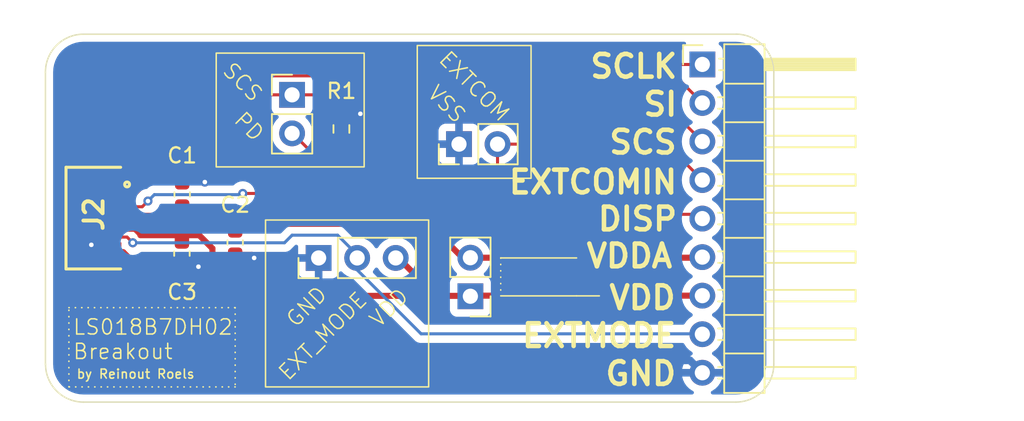
<source format=kicad_pcb>
(kicad_pcb (version 20240108) (generator "pcbnew") (generator_version "8.0")
  (layers (0 "F.Cu" signal) (31 "B.Cu" signal) (34 "B.Paste" user) (35 "F.Paste" user) (36 "B.SilkS" user "B.Silkscreen") (37 "F.SilkS" user "F.Silkscreen") (38 "B.Mask" user) (39 "F.Mask" user) (44 "Edge.Cuts" user))
  (net 0 "")
  (net 1 "Net-(J1-DISP)")
  (net 2 "VSS")
  (net 3 "Net-(J1-VDDA)")
  (net 4 "VDD")
  (net 5 "EXTMODE_IN")
  (net 6 "Net-(J1-SI)")
  (net 7 "EXTCOMIN_IN")
  (net 8 "Net-(J1-SCS)")
  (net 9 "Net-(J1-SCLK)")
  (net 10 "Net-(J6-Pin_2)")
  (footprint "Connector_PinHeader_2.54mm:PinHeader_1x02_P2.54mm_Vertical" (layer "F.Cu") (at 87.75 85.25)
    (property "Reference" "J6")
    (property "Value" "Conn_01x02")
    (fp_line (start -1.33 -1.33) (end 0 -1.33) (stroke (width 0.12)) (layer "F.SilkS"))
    (fp_line (start -1.33 0) (end -1.33 -1.33) (stroke (width 0.12)) (layer "F.SilkS"))
    (fp_line (start -1.33 1.27) (end -1.33 3.87) (stroke (width 0.12)) (layer "F.SilkS"))
    (fp_line (start -1.33 1.27) (end 1.33 1.27) (stroke (width 0.12)) (layer "F.SilkS"))
    (fp_line (start -1.33 3.87) (end 1.33 3.87) (stroke (width 0.12)) (layer "F.SilkS"))
    (fp_line (start 1.33 1.27) (end 1.33 3.87) (stroke (width 0.12)) (layer "F.SilkS"))
    (pad "1" thru_hole rect (at 0 0) (size 1.7 1.7) (drill 1) (layers "*.Cu" "*.Mask") (net 8 "Net-(J1-SCS)"))
    (pad "2" thru_hole oval (at 0 2.54) (size 1.7 1.7) (drill 1) (layers "*.Cu" "*.Mask") (net 10 "Net-(J6-Pin_2)"))
  )
  (footprint "Capacitor_SMD:C_0603_1608Metric_Pad1.08x0.95mm_HandSolder" (layer "F.Cu") (at 80.507703 91.815156 90)
    (property "Reference" "C1" (at 2.565156 -0.007703 180) (layer "F.SilkS"))
    (property "Value" "0.1uF")
    (fp_line (start -0.146267 -0.51) (end 0.146267 -0.51) (stroke (width 0.12)) (layer "F.SilkS"))
    (fp_line (start -0.146267 0.51) (end 0.146267 0.51) (stroke (width 0.12)) (layer "F.SilkS"))
    (pad "1" smd roundrect (at -0.8625 0 90) (size 1.075 0.95) (layers "F.Cu" "F.Paste" "F.Mask") (net 1 "Net-(J1-DISP)"))
    (pad "2" smd roundrect (at 0.8625 0 90) (size 1.075 0.95) (layers "F.Cu" "F.Paste" "F.Mask") (net 2 "VSS"))
  )
  (footprint "Capacitor_SMD:C_0603_1608Metric_Pad1.08x0.95mm_HandSolder" (layer "F.Cu") (at 80.489636 95.714705 -90)
    (property "Reference" "C3" (at 2.535295 -0.010364 180) (layer "F.SilkS"))
    (property "Value" "1uF")
    (fp_line (start -0.146267 0.51) (end 0.146267 0.51) (stroke (width 0.12)) (layer "F.SilkS"))
    (fp_line (start -0.146267 -0.51) (end 0.146267 -0.51) (stroke (width 0.12)) (layer "F.SilkS"))
    (pad "1" smd roundrect (at -0.8625 0 270) (size 1.075 0.95) (layers "F.Cu" "F.Paste" "F.Mask") (net 4 "VDD"))
    (pad "2" smd roundrect (at 0.8625 0 270) (size 1.075 0.95) (layers "F.Cu" "F.Paste" "F.Mask") (net 2 "VSS"))
  )
  (footprint "Connector_PinHeader_2.54mm:PinHeader_1x03_P2.54mm_Vertical" (layer "F.Cu") (at 89.5 96 90)
    (property "Reference" "J3")
    (property "Value" "Conn_01x03")
    (fp_line (start -1.33 -1.33) (end 0 -1.33) (stroke (width 0.12)) (layer "F.SilkS"))
    (fp_line (start -1.33 0) (end -1.33 -1.33) (stroke (width 0.12)) (layer "F.SilkS"))
    (fp_line (start 1.33 1.27) (end 1.33 6.41) (stroke (width 0.12)) (layer "F.SilkS"))
    (fp_line (start -1.33 1.27) (end 1.33 1.27) (stroke (width 0.12)) (layer "F.SilkS"))
    (fp_line (start -1.33 1.27) (end -1.33 6.41) (stroke (width 0.12)) (layer "F.SilkS"))
    (fp_line (start -1.33 6.41) (end 1.33 6.41) (stroke (width 0.12)) (layer "F.SilkS"))
    (pad "1" thru_hole rect (at 0 0 90) (size 1.7 1.7) (drill 1) (layers "*.Cu" "*.Mask") (net 2 "VSS"))
    (pad "2" thru_hole oval (at 0 2.54 90) (size 1.7 1.7) (drill 1) (layers "*.Cu" "*.Mask") (net 5 "EXTMODE_IN"))
    (pad "3" thru_hole oval (at 0 5.08 90) (size 1.7 1.7) (drill 1) (layers "*.Cu" "*.Mask") (net 4 "VDD"))
  )
  (footprint "Capacitor_SMD:C_0603_1608Metric_Pad1.08x0.95mm_HandSolder" (layer "F.Cu") (at 84 94.986801 -90)
    (property "Reference" "C2" (at -2.486801 0 180) (layer "F.SilkS"))
    (property "Value" "1uF")
    (fp_line (start -0.146267 0.51) (end 0.146267 0.51) (stroke (width 0.12)) (layer "F.SilkS"))
    (fp_line (start -0.146267 -0.51) (end 0.146267 -0.51) (stroke (width 0.12)) (layer "F.SilkS"))
    (pad "1" smd roundrect (at -0.8625 0 270) (size 1.075 0.95) (layers "F.Cu" "F.Paste" "F.Mask") (net 3 "Net-(J1-VDDA)"))
    (pad "2" smd roundrect (at 0.8625 0 270) (size 1.075 0.95) (layers "F.Cu" "F.Paste" "F.Mask") (net 2 "VSS"))
  )
  (footprint "503480-1000:5034801000" (layer "F.Cu") (at 76.45 93.375 -90)
    (property "Reference" "J2" (at -0.263 1.762 90) (layer "F.SilkS") (effects (font (size 1.27 1.27) (thickness 0.254))))
    (property "Value" "Conn_01x10" (hide yes))
    (fp_line (start -3.35 3.6) (end 3.35 3.6) (stroke (width 0.2)) (layer "F.SilkS"))
    (fp_line (start 3.35 3.6) (end 3.35 0) (stroke (width 0.2)) (layer "F.SilkS"))
    (fp_line (start -3.35 0) (end -3.35 3.6) (stroke (width 0.2)) (layer "F.SilkS"))
    (fp_circle (center -2.219 -0.425) (end -2.219 -0.367) (stroke (width 0.2)) (fill none) (layer "F.SilkS"))
    (pad "1" smd rect (at -2.25 0.3 270) (size 0.3 0.7) (layers "F.Cu" "F.Paste" "F.Mask") (net 9 "Net-(J1-SCLK)"))
    (pad "2" smd rect (at -1.75 0.3 270) (size 0.3 0.7) (layers "F.Cu" "F.Paste" "F.Mask") (net 6 "Net-(J1-SI)"))
    (pad "3" smd rect (at -1.25 0.3 270) (size 0.3 0.7) (layers "F.Cu" "F.Paste" "F.Mask") (net 8 "Net-(J1-SCS)"))
    (pad "4" smd rect (at -0.75 0.3 270) (size 0.3 0.7) (layers "F.Cu" "F.Paste" "F.Mask") (net 7 "EXTCOMIN_IN"))
    (pad "5" smd rect (at -0.25 0.3 270) (size 0.3 0.7) (layers "F.Cu" "F.Paste" "F.Mask") (net 1 "Net-(J1-DISP)"))
    (pad "6" smd rect (at 0.25 0.3 270) (size 0.3 0.7) (layers "F.Cu" "F.Paste" "F.Mask") (net 3 "Net-(J1-VDDA)"))
    (pad "7" smd rect (at 0.75 0.3 270) (size 0.3 0.7) (layers "F.Cu" "F.Paste" "F.Mask") (net 4 "VDD"))
    (pad "8" smd rect (at 1.25 0.3 270) (size 0.3 0.7) (layers "F.Cu" "F.Paste" "F.Mask") (net 5 "EXTMODE_IN"))
    (pad "9" smd rect (at 1.75 0.3 270) (size 0.3 0.7) (layers "F.Cu" "F.Paste" "F.Mask") (net 2 "VSS"))
    (pad "10" smd rect (at 2.25 0.3 270) (size 0.3 0.7) (layers "F.Cu" "F.Paste" "F.Mask") (net 2 "VSS"))
    (pad "11" smd rect (at -3.04 2.95 270) (size 0.3 1) (layers "F.Cu" "F.Paste" "F.Mask"))
    (pad "12" smd rect (at 3.04 2.95 270) (size 0.3 1) (layers "F.Cu" "F.Paste" "F.Mask"))
  )
  (footprint "Connector_PinHeader_2.54mm:PinHeader_1x09_P2.54mm_Horizontal" (layer "F.Cu") (at 114.789506 83.245958)
    (property "Reference" "J1" (hide yes))
    (property "Value" "Conn_01x09" (hide yes))
    (fp_line (start -1.27 -1.27) (end 0 -1.27) (stroke (width 0.12)) (layer "F.SilkS"))
    (fp_line (start -1.27 0) (end -1.27 -1.27) (stroke (width 0.12)) (layer "F.SilkS"))
    (fp_line (start 1.042929 2.16) (end 1.44 2.16) (stroke (width 0.12)) (layer "F.SilkS"))
    (fp_line (start 1.042929 2.92) (end 1.44 2.92) (stroke (width 0.12)) (layer "F.SilkS"))
    (fp_line (start 1.042929 4.7) (end 1.44 4.7) (stroke (width 0.12)) (layer "F.SilkS"))
    (fp_line (start 1.042929 5.46) (end 1.44 5.46) (stroke (width 0.12)) (layer "F.SilkS"))
    (fp_line (start 1.042929 7.24) (end 1.44 7.24) (stroke (width 0.12)) (layer "F.SilkS"))
    (fp_line (start 1.042929 8) (end 1.44 8) (stroke (width 0.12)) (layer "F.SilkS"))
    (fp_line (start 1.042929 9.78) (end 1.44 9.78) (stroke (width 0.12)) (layer "F.SilkS"))
    (fp_line (start 1.042929 10.54) (end 1.44 10.54) (stroke (width 0.12)) (layer "F.SilkS"))
    (fp_line (start 1.042929 12.32) (end 1.44 12.32) (stroke (width 0.12)) (layer "F.SilkS"))
    (fp_line (start 1.042929 13.08) (end 1.44 13.08) (stroke (width 0.12)) (layer "F.SilkS"))
    (fp_line (start 1.042929 14.86) (end 1.44 14.86) (stroke (width 0.12)) (layer "F.SilkS"))
    (fp_line (start 1.042929 15.62) (end 1.44 15.62) (stroke (width 0.12)) (layer "F.SilkS"))
    (fp_line (start 1.042929 17.4) (end 1.44 17.4) (stroke (width 0.12)) (layer "F.SilkS"))
    (fp_line (start 1.042929 18.16) (end 1.44 18.16) (stroke (width 0.12)) (layer "F.SilkS"))
    (fp_line (start 1.042929 19.94) (end 1.44 19.94) (stroke (width 0.12)) (layer "F.SilkS"))
    (fp_line (start 1.042929 20.7) (end 1.44 20.7) (stroke (width 0.12)) (layer "F.SilkS"))
    (fp_line (start 1.11 -0.38) (end 1.44 -0.38) (stroke (width 0.12)) (layer "F.SilkS"))
    (fp_line (start 1.11 0.38) (end 1.44 0.38) (stroke (width 0.12)) (layer "F.SilkS"))
    (fp_line (start 1.44 -1.33) (end 1.44 21.65) (stroke (width 0.12)) (layer "F.SilkS"))
    (fp_line (start 1.44 1.27) (end 4.1 1.27) (stroke (width 0.12)) (layer "F.SilkS"))
    (fp_line (start 1.44 3.81) (end 4.1 3.81) (stroke (width 0.12)) (layer "F.SilkS"))
    (fp_line (start 1.44 6.35) (end 4.1 6.35) (stroke (width 0.12)) (layer "F.SilkS"))
    (fp_line (start 1.44 8.89) (end 4.1 8.89) (stroke (width 0.12)) (layer "F.SilkS"))
    (fp_line (start 1.44 11.43) (end 4.1 11.43) (stroke (width 0.12)) (layer "F.SilkS"))
    (fp_line (start 1.44 13.97) (end 4.1 13.97) (stroke (width 0.12)) (layer "F.SilkS"))
    (fp_line (start 1.44 16.51) (end 4.1 16.51) (stroke (width 0.12)) (layer "F.SilkS"))
    (fp_line (start 1.44 19.05) (end 4.1 19.05) (stroke (width 0.12)) (layer "F.SilkS"))
    (fp_line (start 1.44 21.65) (end 4.1 21.65) (stroke (width 0.12)) (layer "F.SilkS"))
    (fp_line (start 4.1 -1.33) (end 1.44 -1.33) (stroke (width 0.12)) (layer "F.SilkS"))
    (fp_line (start 4.1 -0.38) (end 10.1 -0.38) (stroke (width 0.12)) (layer "F.SilkS"))
    (fp_line (start 4.1 -0.32) (end 10.1 -0.32) (stroke (width 0.12)) (layer "F.SilkS"))
    (fp_line (start 4.1 -0.2) (end 10.1 -0.2) (stroke (width 0.12)) (layer "F.SilkS"))
    (fp_line (start 4.1 -0.08) (end 10.1 -0.08) (stroke (width 0.12)) (layer "F.SilkS"))
    (fp_line (start 4.1 0.04) (end 10.1 0.04) (stroke (width 0.12)) (layer "F.SilkS"))
    (fp_line (start 4.1 0.16) (end 10.1 0.16) (stroke (width 0.12)) (layer "F.SilkS"))
    (fp_line (start 4.1 0.28) (end 10.1 0.28) (stroke (width 0.12)) (layer "F.SilkS"))
    (fp_line (start 4.1 2.16) (end 10.1 2.16) (stroke (width 0.12)) (layer "F.SilkS"))
    (fp_line (start 4.1 4.7) (end 10.1 4.7) (stroke (width 0.12)) (layer "F.SilkS"))
    (fp_line (start 4.1 7.24) (end 10.1 7.24) (stroke (width 0.12)) (layer "F.SilkS"))
    (fp_line (start 4.1 9.78) (end 10.1 9.78) (stroke (width 0.12)) (layer "F.SilkS"))
    (fp_line (start 4.1 12.32) (end 10.1 12.32) (stroke (width 0.12)) (layer "F.SilkS"))
    (fp_line (start 4.1 14.86) (end 10.1 14.86) (stroke (width 0.12)) (layer "F.SilkS"))
    (fp_line (start 4.1 17.4) (end 10.1 17.4) (stroke (width 0.12)) (layer "F.SilkS"))
    (fp_line (start 4.1 19.94) (end 10.1 19.94) (stroke (width 0.12)) (layer "F.SilkS"))
    (fp_line (start 4.1 21.65) (end 4.1 -1.33) (stroke (width 0.12)) (layer "F.SilkS"))
    (fp_line (start 10.1 -0.38) (end 10.1 0.38) (stroke (width 0.12)) (layer "F.SilkS"))
    (fp_line (start 10.1 0.38) (end 4.1 0.38) (stroke (width 0.12)) (layer "F.SilkS"))
    (fp_line (start 10.1 2.16) (end 10.1 2.92) (stroke (width 0.12)) (layer "F.SilkS"))
    (fp_line (start 10.1 2.92) (end 4.1 2.92) (stroke (width 0.12)) (layer "F.SilkS"))
    (fp_line (start 10.1 4.7) (end 10.1 5.46) (stroke (width 0.12)) (layer "F.SilkS"))
    (fp_line (start 10.1 5.46) (end 4.1 5.46) (stroke (width 0.12)) (layer "F.SilkS"))
    (fp_line (start 10.1 7.24) (end 10.1 8) (stroke (width 0.12)) (layer "F.SilkS"))
    (fp_line (start 10.1 8) (end 4.1 8) (stroke (width 0.12)) (layer "F.SilkS"))
    (fp_line (start 10.1 9.78) (end 10.1 10.54) (stroke (width 0.12)) (layer "F.SilkS"))
    (fp_line (start 10.1 10.54) (end 4.1 10.54) (stroke (width 0.12)) (layer "F.SilkS"))
    (fp_line (start 10.1 12.32) (end 10.1 13.08) (stroke (width 0.12)) (layer "F.SilkS"))
    (fp_line (start 10.1 13.08) (end 4.1 13.08) (stroke (width 0.12)) (layer "F.SilkS"))
    (fp_line (start 10.1 14.86) (end 10.1 15.62) (stroke (width 0.12)) (layer "F.SilkS"))
    (fp_line (start 10.1 15.62) (end 4.1 15.62) (stroke (width 0.12)) (layer "F.SilkS"))
    (fp_line (start 10.1 17.4) (end 10.1 18.16) (stroke (width 0.12)) (layer "F.SilkS"))
    (fp_line (start 10.1 18.16) (end 4.1 18.16) (stroke (width 0.12)) (layer "F.SilkS"))
    (fp_line (start 10.1 19.94) (end 10.1 20.7) (stroke (width 0.12)) (layer "F.SilkS"))
    (fp_line (start 10.1 20.7) (end 4.1 20.7) (stroke (width 0.12)) (layer "F.SilkS"))
    (pad "1" thru_hole rect (at 0 0) (size 1.7 1.7) (drill 1) (layers "*.Cu" "*.Mask") (net 9 "Net-(J1-SCLK)"))
    (pad "2" thru_hole oval (at 0 2.54) (size 1.7 1.7) (drill 1) (layers "*.Cu" "*.Mask") (net 6 "Net-(J1-SI)"))
    (pad "3" thru_hole oval (at 0 5.08) (size 1.7 1.7) (drill 1) (layers "*.Cu" "*.Mask") (net 8 "Net-(J1-SCS)"))
    (pad "4" thru_hole oval (at 0 7.62) (size 1.7 1.7) (drill 1) (layers "*.Cu" "*.Mask") (net 7 "EXTCOMIN_IN"))
    (pad "5" thru_hole oval (at 0 10.16) (size 1.7 1.7) (drill 1) (layers "*.Cu" "*.Mask") (net 1 "Net-(J1-DISP)"))
    (pad "6" thru_hole oval (at 0 12.7) (size 1.7 1.7) (drill 1) (layers "*.Cu" "*.Mask") (net 3 "Net-(J1-VDDA)"))
    (pad "7" thru_hole oval (at 0 15.24) (size 1.7 1.7) (drill 1) (layers "*.Cu" "*.Mask") (net 4 "VDD"))
    (pad "8" thru_hole oval (at 0 17.78) (size 1.7 1.7) (drill 1) (layers "*.Cu" "*.Mask") (net 5 "EXTMODE_IN"))
    (pad "9" thru_hole oval (at 0 20.32) (size 1.7 1.7) (drill 1) (layers "*.Cu" "*.Mask") (net 2 "VSS"))
  )
  (footprint "Resistor_SMD:R_0603_1608Metric_Pad0.98x0.95mm_HandSolder" (layer "F.Cu") (at 91 87.5 90)
    (property "Reference" "R1" (at 2.5 0 180) (layer "F.SilkS"))
    (property "Value" "10K")
    (fp_line (start -0.254724 -0.5225) (end 0.254724 -0.5225) (stroke (width 0.12)) (layer "F.SilkS"))
    (fp_line (start -0.254724 0.5225) (end 0.254724 0.5225) (stroke (width 0.12)) (layer "F.SilkS"))
    (pad "1" smd roundrect (at -0.9125 0 90) (size 0.975 0.95) (layers "F.Cu" "F.Paste" "F.Mask") (net 10 "Net-(J6-Pin_2)"))
    (pad "2" smd roundrect (at 0.9125 0 90) (size 0.975 0.95) (layers "F.Cu" "F.Paste" "F.Mask") (net 2 "VSS"))
  )
  (footprint "Connector_PinHeader_2.54mm:PinHeader_1x02_P2.54mm_Vertical" (layer "F.Cu") (at 98.75 88.5 90)
    (property "Reference" "J4")
    (property "Value" "Conn_01x02")
    (fp_line (start -1.33 -1.33) (end 0 -1.33) (stroke (width 0.12)) (layer "F.SilkS"))
    (fp_line (start -1.33 0) (end -1.33 -1.33) (stroke (width 0.12)) (layer "F.SilkS"))
    (fp_line (start 1.33 1.27) (end 1.33 3.87) (stroke (width 0.12)) (layer "F.SilkS"))
    (fp_line (start -1.33 1.27) (end 1.33 1.27) (stroke (width 0.12)) (layer "F.SilkS"))
    (fp_line (start -1.33 1.27) (end -1.33 3.87) (stroke (width 0.12)) (layer "F.SilkS"))
    (fp_line (start -1.33 3.87) (end 1.33 3.87) (stroke (width 0.12)) (layer "F.SilkS"))
    (pad "1" thru_hole rect (at 0 0 90) (size 1.7 1.7) (drill 1) (layers "*.Cu" "*.Mask") (net 2 "VSS"))
    (pad "2" thru_hole oval (at 0 2.54 90) (size 1.7 1.7) (drill 1) (layers "*.Cu" "*.Mask") (net 7 "EXTCOMIN_IN"))
  )
  (footprint "Connector_PinHeader_2.54mm:PinHeader_1x02_P2.54mm_Vertical" (layer "F.Cu") (at 99.5 98.525 180)
    (property "Reference" "J5")
    (property "Value" "Conn_01x02" (hide yes))
    (fp_line (start 1.33 1.27) (end 1.33 3.87) (stroke (width 0.12)) (layer "F.SilkS"))
    (fp_line (start -1.33 3.87) (end 1.33 3.87) (stroke (width 0.12)) (layer "F.SilkS"))
    (fp_line (start -1.33 1.27) (end 1.33 1.27) (stroke (width 0.12)) (layer "F.SilkS"))
    (fp_line (start -1.33 1.27) (end -1.33 3.87) (stroke (width 0.12)) (layer "F.SilkS"))
    (fp_line (start -1.33 0) (end -1.33 -1.33) (stroke (width 0.12)) (layer "F.SilkS"))
    (fp_line (start -1.33 -1.33) (end 0 -1.33) (stroke (width 0.12)) (layer "F.SilkS"))
    (pad "1" thru_hole rect (at 0 0 180) (size 1.7 1.7) (drill 1) (layers "*.Cu" "*.Mask") (net 4 "VDD"))
    (pad "2" thru_hole oval (at 0 2.54 180) (size 1.7 1.7) (drill 1) (layers "*.Cu" "*.Mask") (net 3 "Net-(J1-VDDA)"))
  )
  (gr_line (start 119.5 103) (end 119.5 83.75) (stroke (width 0.1)) (layer "F.SilkS"))
  (gr_line (start 106.5 96) (end 101.5 96) (stroke (width 0.1)) (layer "F.SilkS"))
  (gr_line (start 71.494538 103.005762) (end 71.494538 83.755762) (stroke (width 0.1)) (layer "F.SilkS"))
  (gr_arc (start 117 81.25) (mid 118.767767 81.982233) (end 119.5 83.75) (stroke (width 0.1)) (layer "F.SilkS"))
  (gr_rect (start 73.040611 99.275205) (end 84 104.5) (stroke (width 0.1) (type dot)) (fill none) (layer "F.SilkS"))
  (gr_line (start 106.5 98.5) (end 101.5 98.5) (stroke (width 0.1)) (layer "F.SilkS"))
  (gr_arc (start 71.494538 83.755762) (mid 72.226771 81.987995) (end 73.994538 81.255762) (stroke (width 0.1)) (layer "F.SilkS"))
  (gr_line (start 101.5 96) (end 101.5 98.5) (stroke (width 0.1) (type dot)) (layer "F.SilkS"))
  (gr_line (start 73.994538 81.255762) (end 116.994538 81.255762) (stroke (width 0.1)) (layer "F.SilkS"))
  (gr_rect (start 86 93.5) (end 96.75 104.5) (stroke (width 0.1)) (fill none) (layer "F.SilkS"))
  (gr_rect (start 82.75 82.5) (end 92.5 90) (stroke (width 0.1)) (fill none) (layer "F.SilkS"))
  (gr_arc (start 119.5 103) (mid 118.767767 104.767767) (end 117 105.5) (stroke (width 0.1)) (layer "F.SilkS"))
  (gr_arc (start 74 105.5) (mid 72.232233 104.767767) (end 71.5 103) (stroke (width 0.1)) (layer "F.SilkS"))
  (gr_line (start 117 105.5) (end 74 105.5) (stroke (width 0.1)) (layer "F.SilkS"))
  (gr_line (start 106.5 98.5) (end 108 98.5) (stroke (width 0.1)) (layer "F.SilkS"))
  (gr_rect (start 96 82) (end 103.5 90.75) (stroke (width 0.1)) (fill none) (layer "F.SilkS"))
  (gr_arc (start 74 105.5) (mid 72.232233 104.767767) (end 71.5 103) (stroke (width 0.05)) (layer "Edge.Cuts"))
  (gr_line (start 74 81.25) (end 117 81.25) (stroke (width 0.05)) (layer "Edge.Cuts"))
  (gr_line (start 119.5 83.75) (end 119.5 103) (stroke (width 0.05)) (layer "Edge.Cuts"))
  (gr_line (start 74 105.5) (end 117 105.5) (stroke (width 0.05)) (layer "Edge.Cuts"))
  (gr_arc (start 117 81.25) (mid 118.767767 81.982233) (end 119.5 83.75) (stroke (width 0.05)) (layer "Edge.Cuts"))
  (gr_arc (start 119.5 103) (mid 118.767767 104.767767) (end 117 105.5) (stroke (width 0.05)) (layer "Edge.Cuts"))
  (gr_line (start 71.5 103) (end 71.5 83.75) (stroke (width 0.05)) (layer "Edge.Cuts"))
  (gr_arc (start 71.5 83.75) (mid 72.232233 81.982233) (end 74 81.25) (stroke (width 0.05)) (layer "Edge.Cuts"))
  (gr_text "EXT_MODE\n" (at 87.5 104.25 45) (layer "F.SilkS") (effects (font (size 1 1) (thickness 0.1)) (justify left bottom)))
  (gr_text "GND\n" (at 88 100.75 45) (layer "F.SilkS") (effects (font (size 1 1) (thickness 0.1)) (justify left bottom)))
  (gr_text "SI\n" (at 110.75 86.75 0) (layer "F.SilkS") (effects (font (size 1.5 1.5) (thickness 0.3) (bold yes)) (justify left bottom)))
  (gr_text "VDD" (at 108.5 99.5 0) (layer "F.SilkS") (effects (font (size 1.5 1.5) (thickness 0.3) (bold yes)) (justify left bottom)))
  (gr_text "EXTMODE\n" (at 102.75 102 0) (layer "F.SilkS") (effects (font (size 1.5 1.5) (thickness 0.3) (bold yes)) (justify left bottom)))
  (gr_text "VSS" (at 96.5 85.25 -45) (layer "F.SilkS") (effects (font (size 1 1) (thickness 0.1)) (justify left bottom)))
  (gr_text "EXTCOM" (at 97.25 83 -45) (layer "F.SilkS") (effects (font (size 1 1) (thickness 0.1)) (justify left bottom)))
  (gr_text "DISP\n" (at 107.75 94.314231 0) (layer "F.SilkS") (effects (font (size 1.5 1.5) (thickness 0.3) (bold yes)) (justify left bottom)))
  (gr_text "by Reinout Roels" (at 73.5 104 0) (layer "F.SilkS") (effects (font (size 0.6 0.6) (thickness 0.1)) (justify left bottom)))
  (gr_text "GND\n" (at 108.25 104.5 0) (layer "F.SilkS") (effects (font (size 1.5 1.5) (thickness 0.3) (bold yes)) (justify left bottom)))
  (gr_text "LS018B7DH02 \nBreakout" (at 73.25 102.75 0) (layer "F.SilkS") (effects (font (size 1 1) (thickness 0.1)) (justify left bottom)))
  (gr_text "PD" (at 83.75 87 -45) (layer "F.SilkS") (effects (font (size 1 1) (thickness 0.1)) (justify left bottom)))
  (gr_text "EXTCOMIN" (at 101.884223 91.880342 0) (layer "F.SilkS") (effects (font (size 1.5 1.5) (thickness 0.3) (bold yes)) (justify left bottom)))
  (gr_text "SCLK\n" (at 107.25 84.25 0) (layer "F.SilkS") (effects (font (size 1.5 1.5) (thickness 0.3) (bold yes)) (justify left bottom)))
  (gr_text "VDD" (at 93.5 100.75 45) (layer "F.SilkS") (effects (font (size 1 1) (thickness 0.1)) (justify left bottom)))
  (gr_text "SCS\n" (at 108.5 89.25 0) (layer "F.SilkS") (effects (font (size 1.5 1.5) (thickness 0.3) (bold yes)) (justify left bottom)))
  (gr_text "SCS" (at 83 83.75 -45) (layer "F.SilkS") (effects (font (size 1 1) (thickness 0.1)) (justify left bottom)))
  (gr_text "VDDA\n" (at 107 96.75 0) (layer "F.SilkS") (effects (font (size 1.5 1.5) (thickness 0.3) (bold yes)) (justify left bottom)))
  (segment (start 114.508548 93.125) (end 114.789506 93.405958) (width 0.2) (layer "F.Cu") (net 1))
  (segment (start 76.15 93.125) (end 114.508548 93.125) (width 0.2) (layer "F.Cu") (net 1))
  (segment (start 81.955665 90.955665) (end 82 91) (width 0.2) (layer "F.Cu") (net 2))
  (segment (start 77.25 96.25) (end 77.25 101.25) (width 0.4) (layer "F.Cu") (net 2))
  (segment (start 91 86.5875) (end 92.1625 86.5875) (width 0.2) (layer "F.Cu") (net 2))
  (segment (start 92.1625 86.5875) (end 92.25 86.5) (width 0.2) (layer "F.Cu") (net 2))
  (segment (start 80.5 90.955665) (end 81.955665 90.955665) (width 0.5) (layer "F.Cu") (net 2))
  (segment (start 76.15 95.125) (end 74.531172 95.125) (width 0.3) (layer "F.Cu") (net 2))
  (segment (start 76.625 95.625) (end 77.25 96.25) (width 0.4) (layer "F.Cu") (net 2))
  (segment (start 74.531172 95.125) (end 74.519628 95.136544) (width 0.2) (layer "F.Cu") (net 2))
  (segment (start 80.489636 96.577205) (end 81.577205 96.577205) (width 0.3) (layer "F.Cu") (net 2))
  (segment (start 79.565958 103.565958) (end 114.789506 103.565958) (width 0.4) (layer "F.Cu") (net 2))
  (segment (start 85.25 96) (end 85.099301 95.849301) (width 0.5) (layer "F.Cu") (net 2))
  (segment (start 85.099301 95.849301) (end 84 95.849301) (width 0.5) (layer "F.Cu") (net 2))
  (segment (start 77.25 101.25) (end 79.565958 103.565958) (width 0.4) (layer "F.Cu") (net 2))
  (segment (start 76.15 95.625) (end 76.625 95.625) (width 0.4) (layer "F.Cu") (net 2))
  (via (at 85.25 96) (size 0.6) (drill 0.3) (layers "F.Cu" "B.Cu") (net 2))
  (via (at 82 91) (size 0.6) (drill 0.3) (layers "F.Cu" "B.Cu") (net 2))
  (via (at 74.519628 95.136544) (size 0.6) (drill 0.3) (layers "F.Cu" "B.Cu") (net 2))
  (via (at 92.25 86.5) (size 0.6) (drill 0.3) (layers "F.Cu" "B.Cu") (net 2))
  (via (at 81.577205 96.577205) (size 0.6) (drill 0.3) (layers "F.Cu" "B.Cu") (net 2))
  (segment (start 85.25 96) (end 92 102.75) (width 0.5) (layer "B.Cu") (net 2))
  (segment (start 92 102.75) (end 113.973548 102.75) (width 0.5) (layer "B.Cu") (net 2))
  (segment (start 113.973548 102.75) (end 114.789506 103.565958) (width 0.5) (layer "B.Cu") (net 2))
  (segment (start 76.15 93.625) (end 77.875 93.625) (width 0.3) (layer "F.Cu") (net 3))
  (segment (start 96.75 93.75) (end 98.985 95.985) (width 0.4) (layer "F.Cu") (net 3))
  (segment (start 114.789506 95.945958) (end 114.750464 95.985) (width 0.4) (layer "F.Cu") (net 3))
  (segment (start 78 93.75) (end 96.75 93.75) (width 0.4) (layer "F.Cu") (net 3))
  (segment (start 114.750464 95.985) (end 99.5 95.985) (width 0.4) (layer "F.Cu") (net 3))
  (segment (start 77.875 93.625) (end 78 93.75) (width 0.3) (layer "F.Cu") (net 3))
  (segment (start 98.985 95.985) (end 99.5 95.985) (width 0.4) (layer "F.Cu") (net 3))
  (segment (start 76.15 94.125) (end 77.375 94.125) (width 0.3) (layer "F.Cu") (net 4))
  (segment (start 94.75 96) (end 97.25 98.5) (width 0.4) (layer "F.Cu") (net 4))
  (segment (start 99.475 98.5) (end 99.5 98.525) (width 0.4) (layer "F.Cu") (net 4))
  (segment (start 94.58 96) (end 94.75 96) (width 0.2) (layer "F.Cu") (net 4))
  (segment (start 82.5 97.5) (end 82.5 95.375) (width 0.4) (layer "F.Cu") (net 4))
  (segment (start 99.539042 98.485958) (end 114.789506 98.485958) (width 0.4) (layer "F.Cu") (net 4))
  (segment (start 97.25 98.5) (end 83.5 98.5) (width 0.4) (layer "F.Cu") (net 4))
  (segment (start 83.5 98.5) (end 82.5 97.5) (width 0.4) (layer "F.Cu") (net 4))
  (segment (start 81.625 94.5) (end 77.75 94.5) (width 0.4) (layer "F.Cu") (net 4))
  (segment (start 97.25 98.5) (end 99.475 98.5) (width 0.4) (layer "F.Cu") (net 4))
  (segment (start 77.375 94.125) (end 77.75 94.5) (width 0.3) (layer "F.Cu") (net 4))
  (segment (start 82.5 95.375) (end 81.625 94.5) (width 0.4) (layer "F.Cu") (net 4))
  (segment (start 99.5 98.525) (end 99.539042 98.485958) (width 0.4) (layer "F.Cu") (net 4))
  (segment (start 76.15 94.625) (end 76.875 94.625) (width 0.2) (layer "F.Cu") (net 5))
  (segment (start 76.875 94.625) (end 77.25 95) (width 0.2) (layer "F.Cu") (net 5))
  (via (at 77.25 95) (size 0.6) (drill 0.3) (layers "F.Cu" "B.Cu") (net 5))
  (segment (start 92.04 96) (end 92.04 96.79) (width 0.2) (layer "B.Cu") (net 5))
  (segment (start 92.04 95.79) (end 92.04 96) (width 0.2) (layer "B.Cu") (net 5))
  (segment (start 87.25 95) (end 87.75 94.5) (width 0.2) (layer "B.Cu") (net 5))
  (segment (start 87.75 94.5) (end 90.75 94.5) (width 0.2) (layer "B.Cu") (net 5))
  (segment (start 77.25 95) (end 87.25 95) (width 0.2) (layer "B.Cu") (net 5))
  (segment (start 96.25 101) (end 114.763548 101) (width 0.2) (layer "B.Cu") (net 5))
  (segment (start 92.04 96.79) (end 96.25 101) (width 0.2) (layer "B.Cu") (net 5))
  (segment (start 90.75 94.5) (end 92.04 95.79) (width 0.2) (layer "B.Cu") (net 5))
  (segment (start 114.763548 101) (end 114.789506 101.025958) (width 0.2) (layer "B.Cu") (net 5))
  (segment (start 76.875 91.625) (end 84.5 84) (width 0.2) (layer "F.Cu") (net 6))
  (segment (start 113.003548 84) (end 114.789506 85.785958) (width 0.2) (layer "F.Cu") (net 6))
  (segment (start 84.5 84) (end 113.003548 84) (width 0.2) (layer "F.Cu") (net 6))
  (segment (start 76.15 91.625) (end 76.875 91.625) (width 0.2) (layer "F.Cu") (net 6))
  (segment (start 85.5 91.75) (end 84.5 91.75) (width 0.2) (layer "F.Cu") (net 7))
  (segment (start 86 91.25) (end 85.5 91.75) (width 0.2) (layer "F.Cu") (net 7))
  (segment (start 100.25 91.25) (end 86 91.25) (width 0.2) (layer "F.Cu") (net 7))
  (segment (start 101.29 88.5) (end 101.29 90.21) (width 0.2) (layer "F.Cu") (net 7))
  (segment (start 76.15 92.625) (end 77.875 92.625) (width 0.2) (layer "F.Cu") (net 7))
  (segment (start 101.29 88.5) (end 112.423548 88.5) (width 0.2) (layer "F.Cu") (net 7))
  (segment (start 112.423548 88.5) (end 114.789506 90.865958) (width 0.2) (layer "F.Cu") (net 7))
  (segment (start 101.29 90.21) (end 100.25 91.25) (width 0.2) (layer "F.Cu") (net 7))
  (segment (start 77.875 92.625) (end 78.25 92.25) (width 0.2) (layer "F.Cu") (net 7))
  (via (at 84.5 91.75) (size 0.6) (drill 0.3) (layers "F.Cu" "B.Cu") (net 7))
  (via (at 78.25 92.25) (size 0.6) (drill 0.3) (layers "F.Cu" "B.Cu") (net 7))
  (segment (start 84.42227 91.82773) (end 84.5 91.75) (width 0.2) (layer "B.Cu") (net 7))
  (segment (start 78.25 92.25) (end 78.67227 91.82773) (width 0.2) (layer "B.Cu") (net 7))
  (segment (start 78.67227 91.82773) (end 84.42227 91.82773) (width 0.2) (layer "B.Cu") (net 7))
  (segment (start 111.713548 85.25) (end 114.789506 88.325958) (width 0.2) (layer "F.Cu") (net 8))
  (segment (start 87.75 85.25) (end 111.713548 85.25) (width 0.2) (layer "F.Cu") (net 8))
  (segment (start 84 85.25) (end 87.75 85.25) (width 0.2) (layer "F.Cu") (net 8))
  (segment (start 76.15 92.125) (end 77.125 92.125) (width 0.2) (layer "F.Cu") (net 8))
  (segment (start 77.125 92.125) (end 84 85.25) (width 0.2) (layer "F.Cu") (net 8))
  (segment (start 76.625 91.125) (end 84.5 83.25) (width 0.2) (layer "F.Cu") (net 9))
  (segment (start 114.785464 83.25) (end 114.789506 83.245958) (width 0.2) (layer "F.Cu") (net 9))
  (segment (start 84.5 83.25) (end 114.785464 83.25) (width 0.2) (layer "F.Cu") (net 9))
  (segment (start 76.15 91.125) (end 76.625 91.125) (width 0.2) (layer "F.Cu") (net 9))
  (segment (start 90.6625 88.75) (end 91 88.4125) (width 0.2) (layer "F.Cu") (net 10))
  (segment (start 88.75 88.75) (end 90.6625 88.75) (width 0.2) (layer "F.Cu") (net 10))
  (segment (start 87.79 87.79) (end 88.75 88.75) (width 0.2) (layer "F.Cu") (net 10))
  (segment (start 87.75 87.79) (end 87.79 87.79) (width 0.2) (layer "F.Cu") (net 10))
  (zone (net 2) (net_name "VSS") (layer "B.Cu") (connect_pads (clearance 0.5)) (min_thickness 0.25) (fill yes (thermal_gap 0.5) (thermal_bridge_width 0.5))
    (polygon (pts (xy 68.75 79) (xy 135.25 79.25) (xy 136 106.75) (xy 68.5 106.75)))
  )
)
</source>
